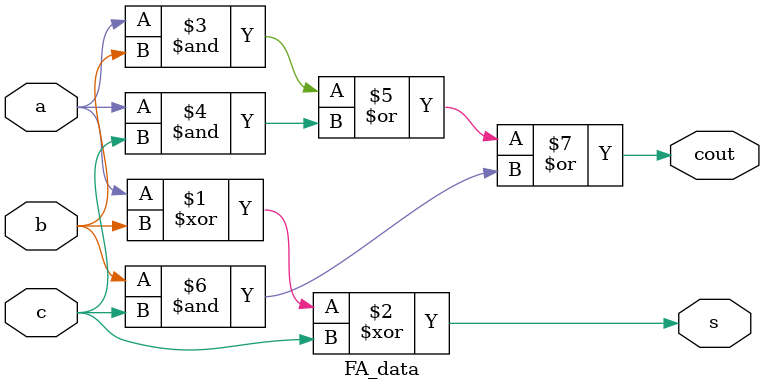
<source format=v>
`timescale 1ns / 1ps


module asgn_2(
    input [6:0] i,
    output [2:0] b
    );
    
    wire s1, s2, s3, s4, s5;
    
    FA_data d1(i[5], i[4], i[3], s1, s2);
    
    FA_data d2(i[2], i[1], i[0], s3, s4);
    
    FA_data d3(i[6], s1, s3, b[0], s5);
    
    FA_data d4(s5, s2, s4, b[1], b[2]);
    
endmodule

module FA_data(
    input a,
    input b,
    input c,
    output s,
    output cout
    );

    assign s = a ^ b ^ c;

    assign cout = (a&b)|(a&c)|(b&c);

endmodule

</source>
